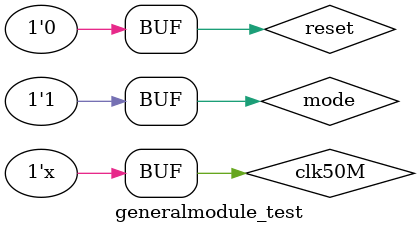
<source format=v>
`timescale 1ns / 1ps


module generalmodule_test;

	// Inputs
	reg clk50M;
	reg reset;
	reg mode;

	// Outputs
	wire [7:0] led;

	// Instantiate the Unit Under Test (UUT)
	generalmodule uut (
		.clk50M(clk50M), 
		.reset(reset), 
		.mode(mode), 
		.led(led)
	);
always
begin
#10; clk50M = ~clk50M;
end
	initial begin
		// Initialize Inputs
		clk50M = 0;
		reset = 0;
		#2000;
		reset = 1;
		#2000;
		reset = 0;
		#2000;
		mode = 0;
		#3000000000;
		// Wait 100 ns for global reset to finish
		mode = 1;
		#3000000000;
        
		// Add stimulus here

	end
      
endmodule


</source>
